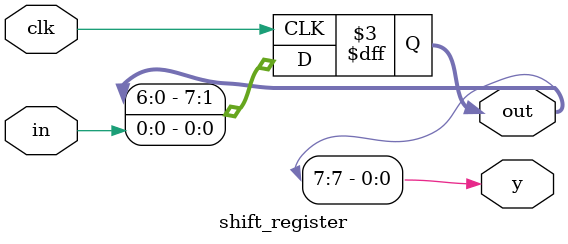
<source format=v>
module shift_register #(

parameter OUT = 8

)

(
  
  input clk,
  input in,
  output y,
  output reg [OUT-1:0] out 
  
  );


always @(posedge clk)
  begin
  out = out << 1;
  out[0]= in;
  end
 assign y = out[OUT-1];
endmodule

 

</source>
